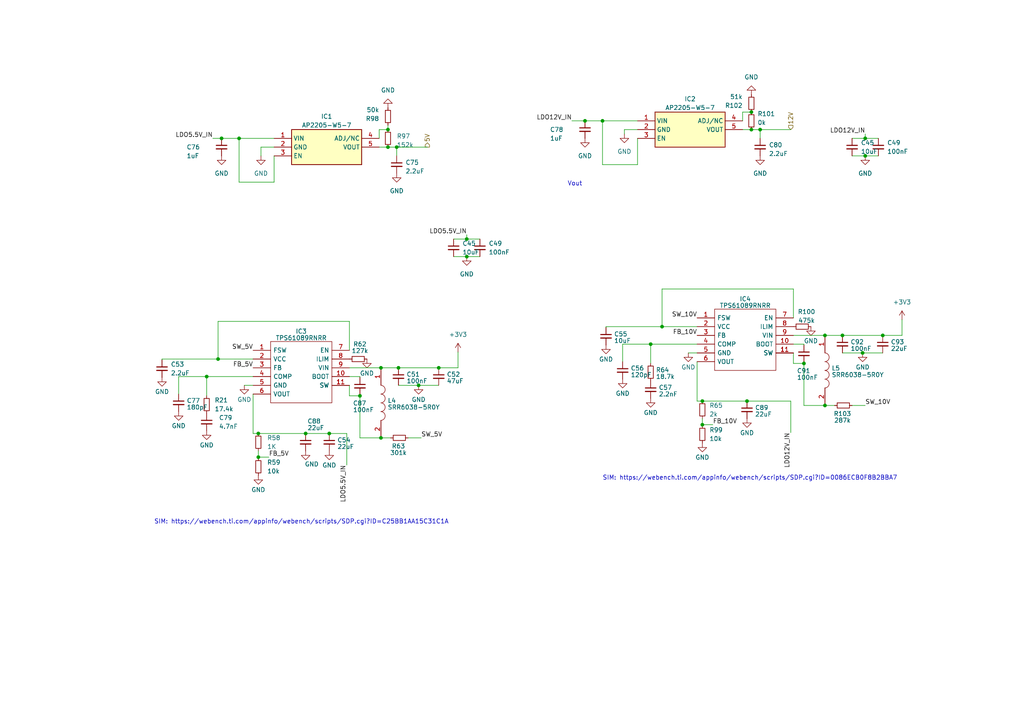
<source format=kicad_sch>
(kicad_sch (version 20230121) (generator eeschema)
  (paper "A4")
  (lib_symbols
    (symbol "Device:C_Small" (pin_numbers hide) (pin_names (offset 0.254) hide)
      (property "Reference" "C" (at 0.254 1.778 0))
      (property "Value" "C_Small" (at 0.254 -2.032 0))
      (symbol "C_Small_0_1"
        (polyline (pts (xy -1.524 -0.508) (xy 1.524 -0.508)) (stroke (width 0.3302)))
        (polyline (pts (xy -1.524 0.508) (xy 1.524 0.508)) (stroke (width 0.3048)))
      )
      (symbol "C_Small_1_1"
        (pin passive line (at 0 2.54 270) (length 2.032) (name "~") (number "1"))
        (pin passive line (at 0 -2.54 90) (length 2.032) (name "~") (number "2"))
      )
    )
    (symbol "Device:R_Small" (pin_numbers hide) (pin_names (offset 0.254) hide)
      (property "Reference" "R" (at 0.762 0.508 0))
      (property "Value" "R_Small" (at 0.762 -1.016 0))
      (symbol "R_Small_0_1"
        (rectangle (start -0.762 1.778) (end 0.762 -1.778) (stroke (width 0.2032)))
      )
      (symbol "R_Small_1_1"
        (pin passive line (at 0 2.54 270) (length 0.762) (name "~") (number "1"))
        (pin passive line (at 0 -2.54 90) (length 0.762) (name "~") (number "2"))
      )
    )
    (symbol "GND_1" (power) (pin_names (offset 0))
      (property "Value" "GND_1" (at 0 -3.81 0))
      (symbol "GND_1_0_1"
        (polyline (pts (xy 0 0) (xy 0 -1.27) (xy 1.27 -1.27) (xy 0 -2.54) (xy -1.27 -1.27) (xy 0 -1.27)))
      )
      (symbol "GND_1_1_1"
        (pin power_in line (at 0 0 270) (length 0) hide (name "GND") (number "1"))
      )
    )
    (symbol "GND_2" (power) (pin_names (offset 0))
      (property "Value" "GND_2" (at 0 -3.81 0))
      (symbol "GND_2_0_1"
        (polyline (pts (xy 0 0) (xy 0 -1.27) (xy 1.27 -1.27) (xy 0 -2.54) (xy -1.27 -1.27) (xy 0 -1.27)))
      )
      (symbol "GND_2_1_1"
        (pin power_in line (at 0 0 270) (length 0) hide (name "GND") (number "1"))
      )
    )
    (symbol "GND_3" (power) (pin_names (offset 0))
      (property "Value" "GND_3" (at 0 -3.81 0))
      (symbol "GND_3_0_1"
        (polyline (pts (xy 0 0) (xy 0 -1.27) (xy 1.27 -1.27) (xy 0 -2.54) (xy -1.27 -1.27) (xy 0 -1.27)))
      )
      (symbol "GND_3_1_1"
        (pin power_in line (at 0 0 270) (length 0) hide (name "GND") (number "1"))
      )
    )
    (symbol "GND_4" (power) (pin_names (offset 0))
      (property "Value" "GND_4" (at 0 -3.81 0))
      (symbol "GND_4_0_1"
        (polyline (pts (xy 0 0) (xy 0 -1.27) (xy 1.27 -1.27) (xy 0 -2.54) (xy -1.27 -1.27) (xy 0 -1.27)))
      )
      (symbol "GND_4_1_1"
        (pin power_in line (at 0 0 270) (length 0) hide (name "GND") (number "1"))
      )
    )
    (symbol "GND_5" (power) (pin_names (offset 0))
      (property "Value" "GND_5" (at 0 -3.81 0))
      (symbol "GND_5_0_1"
        (polyline (pts (xy 0 0) (xy 0 -1.27) (xy 1.27 -1.27) (xy 0 -2.54) (xy -1.27 -1.27) (xy 0 -1.27)))
      )
      (symbol "GND_5_1_1"
        (pin power_in line (at 0 0 270) (length 0) hide (name "GND") (number "1"))
      )
    )
    (symbol "GND_6" (power) (pin_names (offset 0))
      (property "Value" "GND_6" (at 0 -3.81 0))
      (symbol "GND_6_0_1"
        (polyline (pts (xy 0 0) (xy 0 -1.27) (xy 1.27 -1.27) (xy 0 -2.54) (xy -1.27 -1.27) (xy 0 -1.27)))
      )
      (symbol "GND_6_1_1"
        (pin power_in line (at 0 0 270) (length 0) hide (name "GND") (number "1"))
      )
    )
    (symbol "iclr:AP2205-W5-7"
      (property "Reference" "IC" (at 26.67 7.62 0))
      (property "Value" "AP2205-W5-7" (at 26.67 5.08 0))
      (symbol "AP2205-W5-7_1_1"
        (rectangle (start 5.08 2.54) (end 25.4 -7.62) (stroke (width 0.254)) (fill (type background)))
        (pin passive line (at 0 0 0) (length 5.08) (name "VIN") (number "1"))
        (pin passive line (at 0 -2.54 0) (length 5.08) (name "GND") (number "2"))
        (pin passive line (at 0 -5.08 0) (length 5.08) (name "EN") (number "3"))
        (pin passive line (at 30.48 0 180) (length 5.08) (name "ADJ/NC") (number "4"))
        (pin passive line (at 30.48 -2.54 180) (length 5.08) (name "VOUT") (number "5"))
      )
    )
    (symbol "iclr:SRR6038-5R0Y" (pin_names (offset 0.762))
      (property "Reference" "L" (at 16.51 6.35 0))
      (property "Value" "SRR6038-5R0Y" (at 16.51 3.81 0))
      (symbol "SRR6038-5R0Y_0_0"
        (pin passive line (at 0 0 0) (length 5.08) (name "~") (number "1"))
        (pin passive line (at 20.32 0 180) (length 5.08) (name "~") (number "2"))
      )
      (symbol "SRR6038-5R0Y_0_1"
        (arc (start 7.62 0) (mid 6.35 1.2202) (end 5.08 0) (stroke (width 0.1524)))
        (arc (start 10.16 0) (mid 8.89 1.2202) (end 7.62 0) (stroke (width 0.1524)))
        (arc (start 12.7 0) (mid 11.43 1.2202) (end 10.16 0) (stroke (width 0.1524)))
        (arc (start 15.24 0) (mid 13.97 1.2202) (end 12.7 0) (stroke (width 0.1524)))
      )
    )
    (symbol "iclr:TPS61089RNRR" (pin_names (offset 0.762))
      (property "Reference" "IC" (at 24.13 7.62 0))
      (property "Value" "TPS61089RNRR" (at 24.13 5.08 0))
      (symbol "TPS61089RNRR_0_0"
        (pin passive line (at 0 0 0) (length 5.08) (name "FSW") (number "1"))
        (pin passive line (at 27.94 -7.62 180) (length 5.08) (name "BOOT") (number "10"))
        (pin passive line (at 27.94 -10.16 180) (length 5.08) (name "SW") (number "11"))
        (pin passive line (at 27.94 -10.16 180) (length 5.08) (name "SW") (number "11"))
        (pin passive line (at 0 -2.54 0) (length 5.08) (name "VCC") (number "2"))
        (pin passive line (at 0 -5.08 0) (length 5.08) (name "FB") (number "3"))
        (pin passive line (at 0 -7.62 0) (length 5.08) (name "COMP") (number "4"))
        (pin passive line (at 0 -10.16 0) (length 5.08) (name "GND") (number "5"))
        (pin passive line (at 0 -12.7 0) (length 5.08) (name "VOUT") (number "6"))
        (pin passive line (at 27.94 0 180) (length 5.08) (name "EN") (number "7"))
        (pin passive line (at 27.94 -2.54 180) (length 5.08) (name "ILIM") (number "8"))
        (pin passive line (at 27.94 -5.08 180) (length 5.08) (name "VIN") (number "9"))
      )
      (symbol "TPS61089RNRR_0_1"
        (polyline (pts (xy 5.08 2.54) (xy 22.86 2.54) (xy 22.86 -15.24) (xy 5.08 -15.24) (xy 5.08 2.54)) (stroke (width 0.1524)))
      )
    )
    (symbol "power:+3.3V" (power) (pin_names (offset 0))
      (property "Value" "+3.3V" (at 0 3.556 0))
      (symbol "+3.3V_0_1"
        (polyline (pts (xy -0.762 1.27) (xy 0 2.54)))
        (polyline (pts (xy 0 0) (xy 0 2.54)))
        (polyline (pts (xy 0 2.54) (xy 0.762 1.27)))
      )
      (symbol "+3.3V_1_1"
        (pin power_in line (at 0 0 90) (length 0) hide (name "+3V3") (number "1"))
      )
    )
    (symbol "power:GND" (power) (pin_names (offset 0))
      (property "Value" "GND" (at 0 -3.81 0))
      (symbol "GND_0_1"
        (polyline (pts (xy 0 0) (xy 0 -1.27) (xy 1.27 -1.27) (xy 0 -2.54) (xy -1.27 -1.27) (xy 0 -1.27)))
      )
      (symbol "GND_1_1"
        (pin power_in line (at 0 0 270) (length 0) hide (name "GND") (number "1"))
      )
    )
  )
  (junction (at 250.19 102.362))
  (junction (at 192.024 94.742))
  (junction (at 110.49 106.68))
  (junction (at 169.672 35.052))
  (junction (at 239.268 117.602))
  (junction (at 135.382 69.342))
  (junction (at 244.348 97.282))
  (junction (at 110.49 127))
  (junction (at 217.932 37.592))
  (junction (at 88.646 125.73))
  (junction (at 239.268 97.282))
  (junction (at 112.522 42.672))
  (junction (at 74.93 132.588))
  (junction (at 121.412 111.76))
  (junction (at 188.722 99.822))
  (junction (at 250.952 40.132))
  (junction (at 69.342 40.132))
  (junction (at 127.254 106.68))
  (junction (at 115.57 106.68))
  (junction (at 174.752 35.052))
  (junction (at 104.394 114.808))
  (junction (at 220.472 37.592))
  (junction (at 203.708 123.19))
  (junction (at 63.246 104.14))
  (junction (at 256.032 97.282))
  (junction (at 74.93 125.73))
  (junction (at 115.062 42.672))
  (junction (at 233.172 105.41))
  (junction (at 135.382 74.422))
  (junction (at 59.944 109.22))
  (junction (at 217.932 32.512))
  (junction (at 112.522 37.592))
  (junction (at 203.708 116.332))
  (junction (at 250.952 45.212))
  (junction (at 64.262 40.132))
  (junction (at 216.662 116.332))
  (junction (at 95.504 125.73))
  (wire (pts (xy 118.364 127) (xy 122.174 127)))
  (wire (pts (xy 184.912 47.752) (xy 184.912 40.132)))
  (wire (pts (xy 132.842 102.108) (xy 132.842 106.68)))
  (wire (pts (xy 59.944 109.22) (xy 59.944 114.808)))
  (wire (pts (xy 175.768 94.742) (xy 175.768 94.996)))
  (wire (pts (xy 74.93 130.81) (xy 74.93 132.588)))
  (wire (pts (xy 46.99 104.14) (xy 46.99 104.394)))
  (wire (pts (xy 229.362 37.592) (xy 220.472 37.592)))
  (wire (pts (xy 74.93 125.73) (xy 88.646 125.73)))
  (wire (pts (xy 202.184 116.332) (xy 203.708 116.332)))
  (wire (pts (xy 115.57 111.76) (xy 121.412 111.76)))
  (wire (pts (xy 220.472 37.592) (xy 217.932 37.592)))
  (wire (pts (xy 250.19 102.362) (xy 256.032 102.362)))
  (wire (pts (xy 69.342 40.132) (xy 79.502 40.132)))
  (wire (pts (xy 239.268 117.602) (xy 233.172 117.602)))
  (wire (pts (xy 69.342 52.832) (xy 79.502 52.832)))
  (wire (pts (xy 75.692 42.672) (xy 75.692 45.212)))
  (wire (pts (xy 63.246 104.14) (xy 73.406 104.14)))
  (wire (pts (xy 233.172 117.602) (xy 233.172 105.41)))
  (wire (pts (xy 180.594 99.822) (xy 180.594 104.902)))
  (wire (pts (xy 230.124 102.362) (xy 230.124 105.41)))
  (wire (pts (xy 115.062 45.212) (xy 115.062 42.672)))
  (wire (pts (xy 104.394 109.22) (xy 104.394 109.474)))
  (wire (pts (xy 73.406 125.73) (xy 74.93 125.73)))
  (wire (pts (xy 69.342 40.132) (xy 69.342 52.832)))
  (wire (pts (xy 73.406 114.3) (xy 73.406 125.73)))
  (wire (pts (xy 216.662 116.332) (xy 229.362 116.332)))
  (wire (pts (xy 174.752 35.052) (xy 184.912 35.052)))
  (wire (pts (xy 135.382 68.072) (xy 135.382 69.342)))
  (wire (pts (xy 175.768 94.742) (xy 192.024 94.742)))
  (wire (pts (xy 59.944 109.22) (xy 73.406 109.22)))
  (wire (pts (xy 247.142 117.602) (xy 250.952 117.602)))
  (wire (pts (xy 135.382 69.342) (xy 139.192 69.342)))
  (wire (pts (xy 100.584 125.73) (xy 100.584 134.874)))
  (wire (pts (xy 192.024 83.82) (xy 192.024 94.742)))
  (wire (pts (xy 101.346 106.68) (xy 110.49 106.68)))
  (wire (pts (xy 63.246 93.218) (xy 63.246 104.14)))
  (wire (pts (xy 239.268 117.602) (xy 242.062 117.602)))
  (wire (pts (xy 64.262 40.132) (xy 69.342 40.132)))
  (wire (pts (xy 230.124 92.202) (xy 230.124 83.82)))
  (wire (pts (xy 70.866 111.76) (xy 73.406 111.76)))
  (wire (pts (xy 101.346 114.808) (xy 104.394 114.808)))
  (wire (pts (xy 131.572 74.422) (xy 135.382 74.422)))
  (wire (pts (xy 79.502 52.832) (xy 79.502 45.212)))
  (wire (pts (xy 233.172 105.156) (xy 233.172 105.41)))
  (wire (pts (xy 61.722 40.132) (xy 64.262 40.132)))
  (wire (pts (xy 112.522 36.322) (xy 112.522 37.592)))
  (wire (pts (xy 46.99 104.14) (xy 63.246 104.14)))
  (wire (pts (xy 135.382 74.422) (xy 139.192 74.422)))
  (wire (pts (xy 104.394 114.554) (xy 104.394 114.808)))
  (wire (pts (xy 247.142 40.132) (xy 250.952 40.132)))
  (wire (pts (xy 121.412 111.76) (xy 127.254 111.76)))
  (wire (pts (xy 101.346 111.76) (xy 101.346 114.808)))
  (wire (pts (xy 203.708 123.19) (xy 203.708 123.444)))
  (wire (pts (xy 101.346 109.22) (xy 104.394 109.22)))
  (wire (pts (xy 244.348 97.282) (xy 256.032 97.282)))
  (wire (pts (xy 110.49 127) (xy 113.284 127)))
  (wire (pts (xy 88.646 125.73) (xy 95.504 125.73)))
  (wire (pts (xy 184.912 37.592) (xy 181.102 37.592)))
  (wire (pts (xy 229.362 116.332) (xy 229.362 125.476)))
  (wire (pts (xy 110.49 127) (xy 104.394 127)))
  (wire (pts (xy 188.722 99.822) (xy 188.722 105.41)))
  (wire (pts (xy 230.124 97.282) (xy 239.268 97.282)))
  (wire (pts (xy 169.672 35.052) (xy 174.752 35.052)))
  (wire (pts (xy 123.952 42.672) (xy 115.062 42.672)))
  (wire (pts (xy 202.184 104.902) (xy 202.184 116.332)))
  (wire (pts (xy 115.57 106.68) (xy 127.254 106.68)))
  (wire (pts (xy 79.502 42.672) (xy 75.692 42.672)))
  (wire (pts (xy 180.594 99.822) (xy 188.722 99.822)))
  (wire (pts (xy 220.472 40.132) (xy 220.472 37.592)))
  (wire (pts (xy 174.752 47.752) (xy 184.912 47.752)))
  (wire (pts (xy 203.708 116.332) (xy 216.662 116.332)))
  (wire (pts (xy 110.49 106.68) (xy 115.57 106.68)))
  (wire (pts (xy 174.752 35.052) (xy 174.752 47.752)))
  (wire (pts (xy 95.504 125.73) (xy 100.584 125.73)))
  (wire (pts (xy 244.348 102.362) (xy 250.19 102.362)))
  (wire (pts (xy 132.842 106.68) (xy 127.254 106.68)))
  (wire (pts (xy 181.102 37.592) (xy 181.102 38.862)))
  (wire (pts (xy 112.522 42.672) (xy 109.982 42.672)))
  (wire (pts (xy 104.394 127) (xy 104.394 114.808)))
  (wire (pts (xy 101.346 101.6) (xy 101.346 93.218)))
  (wire (pts (xy 261.62 97.282) (xy 256.032 97.282)))
  (wire (pts (xy 250.952 45.212) (xy 254.762 45.212)))
  (wire (pts (xy 230.124 99.822) (xy 233.172 99.822)))
  (wire (pts (xy 230.124 83.82) (xy 192.024 83.82)))
  (wire (pts (xy 101.346 93.218) (xy 63.246 93.218)))
  (wire (pts (xy 109.982 37.592) (xy 109.982 40.132)))
  (wire (pts (xy 250.952 40.132) (xy 254.762 40.132)))
  (wire (pts (xy 230.124 105.41) (xy 233.172 105.41)))
  (wire (pts (xy 74.93 132.588) (xy 77.978 132.588)))
  (wire (pts (xy 115.062 42.672) (xy 112.522 42.672)))
  (wire (pts (xy 131.572 69.342) (xy 135.382 69.342)))
  (wire (pts (xy 165.862 35.052) (xy 169.672 35.052)))
  (wire (pts (xy 261.62 92.71) (xy 261.62 97.282)))
  (wire (pts (xy 239.268 97.282) (xy 244.348 97.282)))
  (wire (pts (xy 217.932 37.592) (xy 215.392 37.592)))
  (wire (pts (xy 215.392 32.512) (xy 215.392 35.052)))
  (wire (pts (xy 74.93 132.588) (xy 74.93 132.842)))
  (wire (pts (xy 51.816 109.22) (xy 51.816 114.3)))
  (wire (pts (xy 250.952 38.862) (xy 250.952 40.132)))
  (wire (pts (xy 247.142 45.212) (xy 250.952 45.212)))
  (wire (pts (xy 215.392 32.512) (xy 217.932 32.512)))
  (wire (pts (xy 192.024 94.742) (xy 202.184 94.742)))
  (wire (pts (xy 203.708 121.412) (xy 203.708 123.19)))
  (wire (pts (xy 109.982 37.592) (xy 112.522 37.592)))
  (wire (pts (xy 199.644 102.362) (xy 202.184 102.362)))
  (wire (pts (xy 51.816 109.22) (xy 59.944 109.22)))
  (wire (pts (xy 203.708 123.19) (xy 206.756 123.19)))
  (wire (pts (xy 188.722 99.822) (xy 202.184 99.822)))
  (wire (pts (xy 233.172 99.822) (xy 233.172 100.076)))
  (text "SIM: https://webench.ti.com/appinfo/webench/scripts/SDP.cgi?ID=C25BB1AA15C31C1A" (at 44.704 152.146 0) (effects (font (size 1.27 1.27)) (justify left bottom)))
  (text "SIM: https://webench.ti.com/appinfo/webench/scripts/SDP.cgi?ID=0086ECB0F8B2BBA7" (at 174.752 139.446 0) (effects (font (size 1.27 1.27)) (justify left bottom)))
  (text "Vout" (at 164.592 54.102 0) (effects (font (size 1.27 1.27)) (justify left bottom)))
  (label "LDO5.5V_IN" (at 135.382 68.072 180))
  (label "LDO5.5V_IN" (at 61.722 40.132 180))
  (label "LDO5.5V_IN" (at 100.584 134.874 270))
  (label "SW_10V" (at 250.952 117.602 0))
  (label "FB_5V" (at 73.406 106.68 180))
  (label "SW_5V" (at 122.174 127 0))
  (label "FB_5V" (at 77.978 132.588 0))
  (label "LDO12V_IN" (at 165.862 35.052 180))
  (label "SW_10V" (at 202.184 92.202 180))
  (label "FB_10V" (at 202.184 97.282 180))
  (label "FB_10V" (at 206.756 123.19 0))
  (label "SW_5V" (at 73.406 101.6 180))
  (label "LDO12V_IN" (at 229.362 125.476 270))
  (label "LDO12V_IN" (at 250.952 38.862 180))
  (hierarchical_label "5V" (shape output) (at 123.952 42.672 90))
  (hierarchical_label "12V" (shape input) (at 229.362 37.592 90))
  (symbol (lib_id "Device:R_Small") (at 188.722 107.95 0) (unit 1)
    (property "Reference" "R64" (at 190.2206 107.3063 0) (effects (justify left)))
    (property "Value" "18.7k" (at 190.2206 109.2273 0) (effects (justify left)))
    (property "Footprint" "Resistor_SMD:R_0402_1005Metric" (effects hide))
    (instances (project "sensorboard" (path "" (reference "R64") (unit 1))) (project "Ricardo-Stark" (path "" (reference "R84") (unit 1))) (project "Boosts (1)" (path "" (reference "R64") (unit 1))))
  )
  (symbol (lib_name "GND_4") (lib_id "power:GND") (at 74.93 137.922 0) (unit 1)
    (property "Reference" "#PWR0131" (effects hide))
    (property "Value" "GND" (at 74.93 142.0575 0))
    (instances (project "sensorboard" (path "" (reference "#PWR0131") (unit 1))) (project "Ricardo-Stark" (path "" (reference "#PWR0101") (unit 1))))
  )
  (symbol (lib_id "Device:C_Small") (at 220.472 42.672 0) (unit 1)
    (property "Reference" "C80" (at 223.012 42.0433 0) (effects (justify left)))
    (property "Value" "2.2uF" (at 223.012 44.5833 0) (effects (justify left)))
    (property "Footprint" "Capacitor_SMD:C_0402_1005Metric" (effects hide))
    (instances (project "sensorboard" (path "" (reference "C80") (unit 1))) (project "Ricardo-Stark" (path "" (reference "C73") (unit 1))) (project "Boosts (1)" (path "" (reference "C80") (unit 1))))
  )
  (symbol (lib_id "Device:C_Small") (at 244.348 99.822 0) (unit 1)
    (property "Reference" "C92" (at 246.6721 99.1846 0) (effects (justify left)))
    (property "Value" "100nF" (at 246.6721 101.1056 0) (effects (justify left)))
    (property "Footprint" "Capacitor_SMD:C_0402_1005Metric" (effects hide))
    (instances (project "sensorboard" (path "" (reference "C92") (unit 1))) (project "Ricardo-Stark" (path "" (reference "C81") (unit 1))) (project "Boosts (1)" (path "" (reference "C92") (unit 1))))
  )
  (symbol (lib_id "Device:C_Small") (at 131.572 71.882 0) (unit 1)
    (property "Reference" "C45" (at 134.112 70.6182 0) (effects (justify left)))
    (property "Value" "10uF" (at 134.112 73.1582 0) (effects (justify left)))
    (property "Footprint" "Capacitor_SMD:C_0402_1005Metric" (effects hide))
    (instances (project "sensorboard" (path "" (reference "C45") (unit 1)) (path "" (reference "C81") (unit 1))) (project "Ricardo-Stark" (path "" (reference "C66") (unit 1))))
  )
  (symbol (lib_name "GND_4") (lib_id "power:GND") (at 175.768 100.076 0) (unit 1)
    (property "Reference" "#PWR0138" (effects hide))
    (property "Value" "GND" (at 175.768 104.2115 0))
    (instances (project "sensorboard" (path "" (reference "#PWR0138") (unit 1))) (project "Ricardo-Stark" (path "" (reference "#PWR0127") (unit 1))) (project "Boosts (1)" (path "" (reference "#PWR0138") (unit 1))))
  )
  (symbol (lib_id "Device:C_Small") (at 115.062 47.752 0) (unit 1)
    (property "Reference" "C75" (at 117.602 47.1233 0) (effects (justify left)))
    (property "Value" "2.2uF" (at 117.602 49.6633 0) (effects (justify left)))
    (property "Footprint" "Capacitor_SMD:C_0402_1005Metric" (effects hide))
    (instances (project "sensorboard" (path "" (reference "C75") (unit 1))) (project "Ricardo-Stark" (path "" (reference "C63") (unit 1))))
  )
  (symbol (lib_name "GND_4") (lib_id "power:GND") (at 70.866 111.76 0) (unit 1)
    (property "Reference" "#PWR0136" (effects hide))
    (property "Value" "GND" (at 70.866 115.8955 0))
    (instances (project "sensorboard" (path "" (reference "#PWR0136") (unit 1))) (project "Ricardo-Stark" (path "" (reference "#PWR0100") (unit 1))))
  )
  (symbol (lib_id "power:GND") (at 250.952 45.212 0) (unit 1)
    (property "Reference" "#PWR075" (effects hide))
    (property "Value" "GND" (at 250.952 50.292 0))
    (instances (project "sensorboard" (path "" (reference "#PWR075") (unit 1)) (path "" (reference "#PWR0169") (unit 1))) (project "Ricardo-Stark" (path "" (reference "#PWR0123") (unit 1))) (project "Boosts (1)" (path "" (reference "#PWR075") (unit 1))))
  )
  (symbol (lib_id "Device:R_Small") (at 103.886 104.14 270) (unit 1)
    (property "Reference" "R62" (at 104.394 99.822 90))
    (property "Value" "127k" (at 104.394 101.743 90))
    (property "Footprint" "Resistor_SMD:R_0402_1005Metric" (effects hide))
    (instances (project "sensorboard" (path "" (reference "R62") (unit 1))) (project "Ricardo-Stark" (path "" (reference "R48") (unit 1))))
  )
  (symbol (lib_name "GND_4") (lib_id "power:GND") (at 88.646 130.81 0) (unit 1)
    (property "Reference" "#PWR0135" (effects hide))
    (property "Value" "GND" (at 90.424 134.62 0))
    (instances (project "sensorboard" (path "" (reference "#PWR0135") (unit 1))) (project "Ricardo-Stark" (path "" (reference "#PWR0103") (unit 1))))
  )
  (symbol (lib_name "GND_2") (lib_id "power:GND") (at 115.062 50.292 0) (unit 1)
    (property "Reference" "#PWR0128" (effects hide))
    (property "Value" "GND" (at 115.062 55.372 0))
    (instances (project "sensorboard" (path "" (reference "#PWR0128") (unit 1))) (project "Ricardo-Stark" (path "" (reference "#PWR0107") (unit 1))))
  )
  (symbol (lib_id "Device:C_Small") (at 51.816 116.84 0) (unit 1)
    (property "Reference" "C77" (at 54.1401 116.2026 0) (effects (justify left)))
    (property "Value" "180pF" (at 54.1401 118.1236 0) (effects (justify left)))
    (property "Footprint" "Capacitor_SMD:C_0402_1005Metric" (effects hide))
    (instances (project "sensorboard" (path "" (reference "C77") (unit 1))) (project "Ricardo-Stark" (path "" (reference "C57") (unit 1))))
  )
  (symbol (lib_id "iclr:AP2205-W5-7") (at 184.912 35.052 0) (unit 1)
    (property "Reference" "IC2" (at 200.152 28.702 0))
    (property "Value" "AP2205-W5-7" (at 200.152 31.242 0))
    (property "Footprint" "iclr:SOT95P282X145-5N" (effects hide))
    (property "Datasheet" "https://datasheet.datasheetarchive.com/originals/distributors/Datasheets_SAMA/49896ab3db029f5df263d3a8b036e85b.pdf" (effects hide))
    (property "Height" "1.45" (effects hide))
    (property "Mouser Part Number" "621-AP2205-W5-7" (effects hide))
    (property "Mouser Price/Stock" "https://www.mouser.co.uk/ProductDetail/Diodes-Incorporated/AP2205-W5-7?qs=EBDBlbfErPxiadLvD5FZyQ%3D%3D" (effects hide))
    (property "Manufacturer_Name" "Diodes Inc." (effects hide))
    (property "Manufacturer_Part_Number" "AP2205-W5-7" (effects hide))
    (instances (project "sensorboard" (path "" (reference "IC2") (unit 1))) (project "Ricardo-Stark" (path "" (reference "IC3") (unit 1))) (project "Boosts (1)" (path "" (reference "IC2") (unit 1))))
  )
  (symbol (lib_id "iclr:TPS61089RNRR") (at 202.184 92.202 0) (unit 1)
    (property "Reference" "IC4" (at 216.154 86.7029 0))
    (property "Value" "TPS61089RNRR" (at 216.154 88.6239 0))
    (property "Footprint" "iclr:IC_TPS61089RNRR" (effects hide))
    (property "Datasheet" "http://www.ti.com/lit/gpn/tps61089" (effects hide))
    (property "Description" "12.6-V, 7-A Fully-Integrated Synchronous Boost Converters in 2.0-mm x 2.5-mm VQFN Package" (effects hide))
    (property "Manufacturer_Name" "Texas Instruments" (effects hide))
    (property "Manufacturer_Part_Number" "TPS61089RNRR" (effects hide))
    (property "Mouser Part Number" "595-TPS61089RNRR" (effects hide))
    (property "Mouser Price/Stock" "https://www.mouser.co.uk/ProductDetail/Texas-Instruments/TPS61089RNRR?qs=G55MHhPmvtI%2Ft%2FkJeUeP3Q%3D%3D" (effects hide))
    (property "Arrow Part Number" "TPS61089RNRR" (effects hide))
    (property "Arrow Price/Stock" "https://www.arrow.com/en/products/tps61089rnrr/texas-instruments?region=nac" (effects hide))
  )
  (symbol (lib_id "Device:R_Small") (at 232.664 94.742 270) (unit 1)
    (property "Reference" "R100" (at 233.934 90.424 90))
    (property "Value" "475k" (at 233.934 92.964 90))
    (property "Footprint" "Resistor_SMD:R_0402_1005Metric" (effects hide))
    (instances (project "sensorboard" (path "" (reference "R100") (unit 1))) (project "Ricardo-Stark" (path "" (reference "R87") (unit 1))) (project "Boosts (1)" (path "" (reference "R100") (unit 1))))
  )
  (symbol (lib_name "GND_2") (lib_id "power:GND") (at 220.472 45.212 0) (unit 1)
    (property "Reference" "#PWR0165" (effects hide))
    (property "Value" "GND" (at 220.472 50.292 0))
    (instances (project "sensorboard" (path "" (reference "#PWR0165") (unit 1))) (project "Ricardo-Stark" (path "" (reference "#PWR0120") (unit 1))) (project "Boosts (1)" (path "" (reference "#PWR0165") (unit 1))))
  )
  (symbol (lib_name "GND_4") (lib_id "power:GND") (at 216.662 121.412 0) (unit 1)
    (property "Reference" "#PWR0143" (effects hide))
    (property "Value" "GND" (at 216.662 125.5475 0))
    (instances (project "sensorboard" (path "" (reference "#PWR0143") (unit 1))) (project "Ricardo-Stark" (path "" (reference "#PWR0149") (unit 1))) (project "Boosts (1)" (path "" (reference "#PWR0143") (unit 1))))
  )
  (symbol (lib_name "GND_4") (lib_id "power:GND") (at 46.99 109.474 0) (unit 1)
    (property "Reference" "#PWR0130" (effects hide))
    (property "Value" "GND" (at 46.99 113.6095 0))
    (instances (project "sensorboard" (path "" (reference "#PWR0130") (unit 1))) (project "Ricardo-Stark" (path "" (reference "#PWR096") (unit 1))))
  )
  (symbol (lib_id "Device:C_Small") (at 233.172 102.616 0) (unit 1)
    (property "Reference" "C91" (at 231.14 107.553 0) (effects (justify left)))
    (property "Value" "100nF" (at 231.14 109.474 0) (effects (justify left)))
    (property "Footprint" "Capacitor_SMD:C_0402_1005Metric" (effects hide))
    (instances (project "sensorboard" (path "" (reference "C91") (unit 1))) (project "Ricardo-Stark" (path "" (reference "C80") (unit 1))) (project "Boosts (1)" (path "" (reference "C91") (unit 1))))
  )
  (symbol (lib_name "GND_4") (lib_id "power:GND") (at 188.722 115.57 0) (unit 1)
    (property "Reference" "#PWR0140" (effects hide))
    (property "Value" "GND" (at 188.722 119.7055 0))
    (instances (project "sensorboard" (path "" (reference "#PWR0140") (unit 1))) (project "Ricardo-Stark" (path "" (reference "#PWR0129") (unit 1))) (project "Boosts (1)" (path "" (reference "#PWR0140") (unit 1))))
  )
  (symbol (lib_name "GND_3") (lib_id "power:GND") (at 64.262 45.212 0) (unit 1)
    (property "Reference" "#PWR0144" (effects hide))
    (property "Value" "GND" (at 64.262 50.292 0))
    (instances (project "sensorboard" (path "" (reference "#PWR0144") (unit 1))) (project "Ricardo-Stark" (path "" (reference "#PWR099") (unit 1))))
  )
  (symbol (lib_id "iclr:AP2205-W5-7") (at 79.502 40.132 0) (unit 1)
    (property "Reference" "IC1" (at 94.742 33.782 0))
    (property "Value" "AP2205-W5-7" (at 94.742 36.322 0))
    (property "Footprint" "iclr:SOT95P282X145-5N" (effects hide))
    (property "Datasheet" "https://datasheet.datasheetarchive.com/originals/distributors/Datasheets_SAMA/49896ab3db029f5df263d3a8b036e85b.pdf" (effects hide))
    (property "Height" "1.45" (effects hide))
    (property "Mouser Part Number" "621-AP2205-W5-7" (effects hide))
    (property "Mouser Price/Stock" "https://www.mouser.co.uk/ProductDetail/Diodes-Incorporated/AP2205-W5-7?qs=EBDBlbfErPxiadLvD5FZyQ%3D%3D" (effects hide))
    (property "Manufacturer_Name" "Diodes Inc." (effects hide))
    (property "Manufacturer_Part_Number" "AP2205-W5-7" (effects hide))
    (instances (project "sensorboard" (path "" (reference "IC1") (unit 1))) (project "Ricardo-Stark" (path "" (reference "IC2") (unit 1))))
  )
  (symbol (lib_id "Device:R_Small") (at 112.522 33.782 0) (unit 1)
    (property "Reference" "R98" (at 109.982 34.417 0) (effects (justify right)))
    (property "Value" "50k" (at 109.982 31.877 0) (effects (justify right)))
    (property "Footprint" "Resistor_SMD:R_0402_1005Metric" (effects hide))
    (instances (project "sensorboard" (path "" (reference "R98") (unit 1))) (project "Ricardo-Stark" (path "" (reference "R49") (unit 1))))
  )
  (symbol (lib_id "Device:C_Small") (at 247.142 42.672 0) (unit 1)
    (property "Reference" "C45" (at 249.682 41.4082 0) (effects (justify left)))
    (property "Value" "10uF" (at 249.682 43.9482 0) (effects (justify left)))
    (property "Footprint" "Capacitor_SMD:C_0402_1005Metric" (effects hide))
    (instances (project "sensorboard" (path "" (reference "C45") (unit 1)) (path "" (reference "C83") (unit 1))) (project "Ricardo-Stark" (path "" (reference "C74") (unit 1))) (project "Boosts (1)" (path "" (reference "C45") (unit 1))))
  )
  (symbol (lib_id "Device:C_Small") (at 188.722 113.03 0) (unit 1)
    (property "Reference" "C57" (at 191.0461 112.3926 0) (effects (justify left)))
    (property "Value" "2.2nF" (at 191.0461 114.3136 0) (effects (justify left)))
    (property "Footprint" "Capacitor_SMD:C_0805_2012Metric" (effects hide))
    (instances (project "sensorboard" (path "" (reference "C57") (unit 1))) (project "Ricardo-Stark" (path "" (reference "C78") (unit 1))) (project "Boosts (1)" (path "" (reference "C57") (unit 1))))
  )
  (symbol (lib_name "GND_4") (lib_id "power:GND") (at 51.816 119.38 0) (unit 1)
    (property "Reference" "#PWR0132" (effects hide))
    (property "Value" "GND" (at 51.816 123.5155 0))
    (instances (project "sensorboard" (path "" (reference "#PWR0132") (unit 1))) (project "Ricardo-Stark" (path "" (reference "#PWR097") (unit 1))))
  )
  (symbol (lib_name "GND_5") (lib_id "power:GND") (at 181.102 38.862 0) (unit 1)
    (property "Reference" "#PWR0167" (effects hide))
    (property "Value" "GND" (at 181.102 43.942 0))
    (instances (project "sensorboard" (path "" (reference "#PWR0167") (unit 1))) (project "Ricardo-Stark" (path "" (reference "#PWR0115") (unit 1))) (project "Boosts (1)" (path "" (reference "#PWR0167") (unit 1))))
  )
  (symbol (lib_name "GND_6") (lib_id "power:GND") (at 75.692 45.212 0) (unit 1)
    (property "Reference" "#PWR0168" (effects hide))
    (property "Value" "GND" (at 75.692 50.292 0))
    (instances (project "sensorboard" (path "" (reference "#PWR0168") (unit 1))) (project "Ricardo-Stark" (path "" (reference "#PWR0102") (unit 1))))
  )
  (symbol (lib_id "Device:C_Small") (at 59.944 122.428 0) (unit 1)
    (property "Reference" "C79" (at 63.5 121.1643 0) (effects (justify left)))
    (property "Value" "4.7nF" (at 63.5 123.7043 0) (effects (justify left)))
    (property "Footprint" "Capacitor_SMD:C_0402_1005Metric" (effects hide))
    (instances (project "sensorboard" (path "" (reference "C79") (unit 1))) (project "Ricardo-Stark" (path "" (reference "C58") (unit 1))))
  )
  (symbol (lib_id "Device:R_Small") (at 244.602 117.602 270) (unit 1)
    (property "Reference" "R103" (at 244.348 119.999 90))
    (property "Value" "287k" (at 244.348 121.92 90))
    (property "Footprint" "Resistor_SMD:R_0402_1005Metric" (effects hide))
    (instances (project "sensorboard" (path "" (reference "R103") (unit 1))) (project "Ricardo-Stark" (path "" (reference "R88") (unit 1))) (project "Boosts (1)" (path "" (reference "R103") (unit 1))))
  )
  (symbol (lib_id "Device:C_Small") (at 88.646 128.27 0) (unit 1)
    (property "Reference" "C88" (at 89.154 122.174 0) (effects (justify left)))
    (property "Value" "22uF" (at 89.154 124.095 0) (effects (justify left)))
    (property "Footprint" "Capacitor_SMD:C_0805_2012Metric" (effects hide))
    (instances (project "sensorboard" (path "" (reference "C88") (unit 1))) (project "Ricardo-Stark" (path "" (reference "C60") (unit 1))))
  )
  (symbol (lib_id "Device:R_Small") (at 203.708 118.872 180) (unit 1)
    (property "Reference" "R65" (at 205.74 117.602 0) (effects (justify right)))
    (property "Value" "2k" (at 205.74 120.142 0) (effects (justify right)))
    (property "Footprint" "Resistor_SMD:R_0402_1005Metric" (effects hide))
    (instances (project "sensorboard" (path "" (reference "R65") (unit 1))) (project "Ricardo-Stark" (path "" (reference "R85") (unit 1))) (project "Boosts (1)" (path "" (reference "R65") (unit 1))))
  )
  (symbol (lib_id "Device:R_Small") (at 203.708 125.984 180) (unit 1)
    (property "Reference" "R99" (at 205.74 124.714 0) (effects (justify right)))
    (property "Value" "10k" (at 205.74 127.254 0) (effects (justify right)))
    (property "Footprint" "Resistor_SMD:R_0402_1005Metric" (effects hide))
    (instances (project "sensorboard" (path "" (reference "R99") (unit 1))) (project "Ricardo-Stark" (path "" (reference "R86") (unit 1))) (project "Boosts (1)" (path "" (reference "R99") (unit 1))))
  )
  (symbol (lib_name "GND_4") (lib_id "power:GND") (at 95.504 130.81 0) (unit 1)
    (property "Reference" "#PWR0137" (effects hide))
    (property "Value" "GND" (at 95.504 134.9455 0))
    (instances (project "sensorboard" (path "" (reference "#PWR0137") (unit 1))) (project "Ricardo-Stark" (path "" (reference "#PWR0104") (unit 1))))
  )
  (symbol (lib_id "Device:C_Small") (at 175.768 97.536 0) (unit 1)
    (property "Reference" "C55" (at 178.0921 96.8986 0) (effects (justify left)))
    (property "Value" "10uF" (at 178.0921 98.8196 0) (effects (justify left)))
    (property "Footprint" "Capacitor_SMD:C_0603_1608Metric" (effects hide))
    (instances (project "sensorboard" (path "" (reference "C55") (unit 1))) (project "Ricardo-Stark" (path "" (reference "C76") (unit 1))) (project "Boosts (1)" (path "" (reference "C55") (unit 1))))
  )
  (symbol (lib_id "iclr:SRR6038-5R0Y") (at 239.268 97.282 270) (unit 1)
    (property "Reference" "L5" (at 241.1994 106.7983 90) (effects (justify left)))
    (property "Value" "SRR6038-5R0Y" (at 241.1994 108.7193 90) (effects (justify left)))
    (property "Footprint" "iclr:IND_SRP6540-390M" (effects hide))
    (property "Datasheet" "http://www.bourns.com/docs/Product-Datasheets/SRR6038.pdf" (effects hide))
    (property "Description" "BOURNS - SRR6038-5R0Y - INDUCTOR, SHIELDED, 5UH, 2.95A, SMD, FULL REEL" (effects hide))
    (property "Manufacturer_Name" "Bourns" (effects hide))
    (property "Manufacturer_Part_Number" "SRR6038-5R0Y" (effects hide))
    (property "Mouser Part Number" "652-SRR6038-5R0Y" (effects hide))
    (property "Mouser Price/Stock" "https://www.mouser.co.uk/ProductDetail/Bourns/SRR6038-5R0Y?qs=s%252BX%2FYkvGCpEfKc4OEBpucw%3D%3D" (effects hide))
    (property "Arrow Part Number" "SRR6038-5R0Y" (effects hide))
    (property "Arrow Price/Stock" "https://www.arrow.com/en/products/srr6038-5r0y/bourns?region=nac" (effects hide))
    (instances (project "sensorboard" (path "" (reference "L5") (unit 1))) (project "Ricardo-Stark" (path "" (reference "L6") (unit 1))) (project "Boosts (1)" (path "" (reference "L5") (unit 1))))
  )
  (symbol (lib_id "Device:C_Small") (at 256.032 99.822 0) (unit 1)
    (property "Reference" "C93" (at 258.3561 99.1846 0) (effects (justify left)))
    (property "Value" "22uF" (at 258.3561 101.1056 0) (effects (justify left)))
    (property "Footprint" "Capacitor_SMD:C_1206_3216Metric" (effects hide))
    (instances (project "sensorboard" (path "" (reference "C93") (unit 1))) (project "Ricardo-Stark" (path "" (reference "C82") (unit 1))) (project "Boosts (1)" (path "" (reference "C93") (unit 1))))
  )
  (symbol (lib_id "Device:R_Small") (at 59.944 117.348 0) (unit 1)
    (property "Reference" "R21" (at 62.23 116.078 0) (effects (justify left)))
    (property "Value" "17.4k" (at 62.23 118.618 0) (effects (justify left)))
    (property "Footprint" "Resistor_SMD:R_0402_1005Metric" (effects hide))
    (instances (project "sensorboard" (path "" (reference "R21") (unit 1))) (project "Ricardo-Stark" (path "" (reference "R45") (unit 1))))
  )
  (symbol (lib_id "power:+3.3V") (at 261.62 92.71 0) (unit 1)
    (property "Reference" "#PWR0180" (effects hide))
    (property "Value" "+3.3V" (at 261.62 87.63 0))
    (instances (project "sensorboard" (path "" (reference "#PWR0180") (unit 1))) (project "Ricardo-Stark" (path "" (reference "#PWR0152") (unit 1))) (project "Boosts (1)" (path "" (reference "#PWR0180") (unit 1))))
  )
  (symbol (lib_name "GND_1") (lib_id "power:GND") (at 112.522 31.242 180) (unit 1)
    (property "Reference" "#PWR0126" (effects hide))
    (property "Value" "GND" (at 112.522 26.162 0))
    (instances (project "sensorboard" (path "" (reference "#PWR0126") (unit 1))) (project "Ricardo-Stark" (path "" (reference "#PWR0106") (unit 1))))
  )
  (symbol (lib_name "GND_4") (lib_id "power:GND") (at 203.708 128.524 0) (unit 1)
    (property "Reference" "#PWR0142" (effects hide))
    (property "Value" "GND" (at 203.708 132.6595 0))
    (instances (project "sensorboard" (path "" (reference "#PWR0142") (unit 1))) (project "Ricardo-Stark" (path "" (reference "#PWR0131") (unit 1))) (project "Boosts (1)" (path "" (reference "#PWR0142") (unit 1))))
  )
  (symbol (lib_id "Device:C_Small") (at 254.762 42.672 0) (unit 1)
    (property "Reference" "C49" (at 257.302 41.4082 0) (effects (justify left)))
    (property "Value" "100nF" (at 257.302 43.9482 0) (effects (justify left)))
    (property "Footprint" "Capacitor_SMD:C_0402_1005Metric" (effects hide))
    (instances (project "sensorboard" (path "" (reference "C49") (unit 1)) (path "" (reference "C84") (unit 1))) (project "Ricardo-Stark" (path "" (reference "C75") (unit 1))) (project "Boosts (1)" (path "" (reference "C49") (unit 1))))
  )
  (symbol (lib_id "Device:R_Small") (at 74.93 128.27 180) (unit 1)
    (property "Reference" "R58" (at 77.47 127 0) (effects (justify right)))
    (property "Value" "1K" (at 77.47 129.54 0) (effects (justify right)))
    (property "Footprint" "Resistor_SMD:R_0402_1005Metric" (effects hide))
    (instances (project "sensorboard" (path "" (reference "R58") (unit 1))) (project "Ricardo-Stark" (path "" (reference "R46") (unit 1))))
  )
  (symbol (lib_name "GND_1") (lib_id "power:GND") (at 217.932 27.432 180) (unit 1)
    (property "Reference" "#PWR0166" (effects hide))
    (property "Value" "GND" (at 217.932 22.352 0))
    (instances (project "sensorboard" (path "" (reference "#PWR0166") (unit 1))) (project "Ricardo-Stark" (path "" (reference "#PWR0119") (unit 1))) (project "Boosts (1)" (path "" (reference "#PWR0166") (unit 1))))
  )
  (symbol (lib_id "Device:R_Small") (at 217.932 29.972 0) (unit 1)
    (property "Reference" "R102" (at 215.392 30.607 0) (effects (justify right)))
    (property "Value" "51k" (at 215.392 28.067 0) (effects (justify right)))
    (property "Footprint" "Resistor_SMD:R_0402_1005Metric" (effects hide))
    (instances (project "sensorboard" (path "" (reference "R102") (unit 1))) (project "Ricardo-Stark" (path "" (reference "R55") (unit 1))) (project "Boosts (1)" (path "" (reference "R102") (unit 1))))
  )
  (symbol (lib_id "Device:C_Small") (at 46.99 106.934 0) (unit 1)
    (property "Reference" "C53" (at 49.53 105.6703 0) (effects (justify left)))
    (property "Value" "2.2uF" (at 49.53 108.2103 0) (effects (justify left)))
    (property "Footprint" "Capacitor_SMD:C_0603_1608Metric" (effects hide))
    (instances (project "sensorboard" (path "" (reference "C53") (unit 1))) (project "Ricardo-Stark" (path "" (reference "C56") (unit 1))))
  )
  (symbol (lib_id "Device:C_Small") (at 139.192 71.882 0) (unit 1)
    (property "Reference" "C49" (at 141.732 70.6182 0) (effects (justify left)))
    (property "Value" "100nF" (at 141.732 73.1582 0) (effects (justify left)))
    (property "Footprint" "Capacitor_SMD:C_0402_1005Metric" (effects hide))
    (instances (project "sensorboard" (path "" (reference "C49") (unit 1)) (path "" (reference "C82") (unit 1))) (project "Ricardo-Stark" (path "" (reference "C67") (unit 1))))
  )
  (symbol (lib_id "Device:C_Small") (at 127.254 109.22 0) (unit 1)
    (property "Reference" "C52" (at 129.5781 108.5826 0) (effects (justify left)))
    (property "Value" "47uF" (at 129.5781 110.5036 0) (effects (justify left)))
    (property "Footprint" "Capacitor_SMD:C_1206_3216Metric" (effects hide))
    (instances (project "sensorboard" (path "" (reference "C52") (unit 1))) (project "Ricardo-Stark" (path "" (reference "C65") (unit 1))))
  )
  (symbol (lib_id "Device:C_Small") (at 169.672 37.592 0) (unit 1)
    (property "Reference" "C78" (at 159.512 37.592 0) (effects (justify left)))
    (property "Value" "1uF" (at 159.512 40.132 0) (effects (justify left)))
    (property "Footprint" "Capacitor_SMD:C_0402_1005Metric" (effects hide))
    (instances (project "sensorboard" (path "" (reference "C78") (unit 1))) (project "Ricardo-Stark" (path "" (reference "C69") (unit 1))) (project "Boosts (1)" (path "" (reference "C78") (unit 1))))
  )
  (symbol (lib_id "Device:C_Small") (at 64.262 42.672 0) (unit 1)
    (property "Reference" "C76" (at 54.102 42.672 0) (effects (justify left)))
    (property "Value" "1uF" (at 54.102 45.212 0) (effects (justify left)))
    (property "Footprint" "Capacitor_SMD:C_0402_1005Metric" (effects hide))
    (instances (project "sensorboard" (path "" (reference "C76") (unit 1))) (project "Ricardo-Stark" (path "" (reference "C59") (unit 1))))
  )
  (symbol (lib_id "power:GND") (at 135.382 74.422 0) (unit 1)
    (property "Reference" "#PWR075" (effects hide))
    (property "Value" "GND" (at 135.382 79.502 0))
    (instances (project "sensorboard" (path "" (reference "#PWR075") (unit 1)) (path "" (reference "#PWR0170") (unit 1))) (project "Ricardo-Stark" (path "" (reference "#PWR0110") (unit 1))))
  )
  (symbol (lib_id "Device:R_Small") (at 217.932 35.052 0) (unit 1)
    (property "Reference" "R101" (at 219.71 33.02 0) (effects (justify left)))
    (property "Value" "0k" (at 219.71 35.56 0) (effects (justify left)))
    (property "Footprint" "Resistor_SMD:R_0402_1005Metric" (effects hide))
    (instances (project "sensorboard" (path "" (reference "R101") (unit 1))) (project "Ricardo-Stark" (path "" (reference "R56") (unit 1))) (project "Boosts (1)" (path "" (reference "R101") (unit 1))))
  )
  (symbol (lib_name "GND_4") (lib_id "power:GND") (at 235.204 94.742 0) (unit 1)
    (property "Reference" "#PWR0162" (effects hide))
    (property "Value" "GND" (at 235.204 98.8775 0))
    (instances (project "sensorboard" (path "" (reference "#PWR0162") (unit 1))) (project "Ricardo-Stark" (path "" (reference "#PWR0150") (unit 1))) (project "Boosts (1)" (path "" (reference "#PWR0162") (unit 1))))
  )
  (symbol (lib_name "GND_4") (lib_id "power:GND") (at 199.644 102.362 0) (unit 1)
    (property "Reference" "#PWR0141" (effects hide))
    (property "Value" "GND" (at 199.644 106.4975 0))
    (instances (project "sensorboard" (path "" (reference "#PWR0141") (unit 1))) (project "Ricardo-Stark" (path "" (reference "#PWR0130") (unit 1))) (project "Boosts (1)" (path "" (reference "#PWR0141") (unit 1))))
  )
  (symbol (lib_name "GND_4") (lib_id "power:GND") (at 121.412 111.76 0) (unit 1)
    (property "Reference" "#PWR0134" (effects hide))
    (property "Value" "GND" (at 121.412 115.8955 0))
    (instances (project "sensorboard" (path "" (reference "#PWR0134") (unit 1))) (project "Ricardo-Stark" (path "" (reference "#PWR0108") (unit 1))))
  )
  (symbol (lib_id "Device:C_Small") (at 95.504 128.27 0) (unit 1)
    (property "Reference" "C54" (at 97.8281 127.6326 0) (effects (justify left)))
    (property "Value" "22uF" (at 97.8281 129.5536 0) (effects (justify left)))
    (property "Footprint" "Capacitor_SMD:C_0805_2012Metric" (effects hide))
    (instances (project "sensorboard" (path "" (reference "C54") (unit 1))) (project "Ricardo-Stark" (path "" (reference "C61") (unit 1))))
  )
  (symbol (lib_id "Device:R_Small") (at 112.522 40.132 0) (unit 1)
    (property "Reference" "R97" (at 115.062 39.497 0) (effects (justify left)))
    (property "Value" "152k" (at 115.062 42.037 0) (effects (justify left)))
    (property "Footprint" "Resistor_SMD:R_0603_1608Metric" (effects hide))
    (instances (project "sensorboard" (path "" (reference "R97") (unit 1))) (project "Ricardo-Stark" (path "" (reference "R50") (unit 1))))
  )
  (symbol (lib_id "Device:C_Small") (at 216.662 118.872 0) (unit 1)
    (property "Reference" "C89" (at 218.9861 118.2346 0) (effects (justify left)))
    (property "Value" "22uF" (at 218.9861 120.1556 0) (effects (justify left)))
    (property "Footprint" "Capacitor_SMD:C_0805_2012Metric" (effects hide))
    (instances (project "sensorboard" (path "" (reference "C89") (unit 1))) (project "Ricardo-Stark" (path "" (reference "C79") (unit 1))) (project "Boosts (1)" (path "" (reference "C89") (unit 1))))
  )
  (symbol (lib_name "GND_3") (lib_id "power:GND") (at 169.672 40.132 0) (unit 1)
    (property "Reference" "#PWR0163" (effects hide))
    (property "Value" "GND" (at 169.672 45.212 0))
    (instances (project "sensorboard" (path "" (reference "#PWR0163") (unit 1))) (project "Ricardo-Stark" (path "" (reference "#PWR0112") (unit 1))) (project "Boosts (1)" (path "" (reference "#PWR0163") (unit 1))))
  )
  (symbol (lib_id "Device:C_Small") (at 104.394 112.014 0) (unit 1)
    (property "Reference" "C87" (at 102.362 116.951 0) (effects (justify left)))
    (property "Value" "100nF" (at 102.362 118.872 0) (effects (justify left)))
    (property "Footprint" "Capacitor_SMD:C_0402_1005Metric" (effects hide))
    (instances (project "sensorboard" (path "" (reference "C87") (unit 1))) (project "Ricardo-Stark" (path "" (reference "C62") (unit 1))))
  )
  (symbol (lib_id "Device:R_Small") (at 74.93 135.382 180) (unit 1)
    (property "Reference" "R59" (at 77.47 134.112 0) (effects (justify right)))
    (property "Value" "10k" (at 77.47 136.652 0) (effects (justify right)))
    (property "Footprint" "Resistor_SMD:R_0402_1005Metric" (effects hide))
    (instances (project "sensorboard" (path "" (reference "R59") (unit 1))) (project "Ricardo-Stark" (path "" (reference "R47") (unit 1))))
  )
  (symbol (lib_name "GND_4") (lib_id "power:GND") (at 106.426 104.14 0) (unit 1)
    (property "Reference" "#PWR0156" (effects hide))
    (property "Value" "GND" (at 106.426 108.2755 0))
    (instances (project "sensorboard" (path "" (reference "#PWR0156") (unit 1))) (project "Ricardo-Stark" (path "" (reference "#PWR0105") (unit 1))))
  )
  (symbol (lib_id "power:+3.3V") (at 132.842 102.108 0) (unit 1)
    (property "Reference" "#PWR0179" (effects hide))
    (property "Value" "+3.3V" (at 132.842 97.028 0))
    (instances (project "sensorboard" (path "" (reference "#PWR0179") (unit 1))) (project "Ricardo-Stark" (path "" (reference "#PWR0109") (unit 1))))
  )
  (symbol (lib_id "Device:C_Small") (at 115.57 109.22 0) (unit 1)
    (property "Reference" "C51" (at 117.8941 108.5826 0) (effects (justify left)))
    (property "Value" "100nF" (at 117.8941 110.5036 0) (effects (justify left)))
    (property "Footprint" "Capacitor_SMD:C_0402_1005Metric" (effects hide))
    (instances (project "sensorboard" (path "" (reference "C51") (unit 1))) (project "Ricardo-Stark" (path "" (reference "C64") (unit 1))))
  )
  (symbol (lib_id "iclr:SRR6038-5R0Y") (at 110.49 106.68 270) (unit 1)
    (property "Reference" "L4" (at 112.4214 116.1963 90) (effects (justify left)))
    (property "Value" "SRR6038-5R0Y" (at 112.4214 118.1173 90) (effects (justify left)))
    (property "Footprint" "iclr:IND_SRP6540-390M" (effects hide))
    (property "Datasheet" "http://www.bourns.com/docs/Product-Datasheets/SRR6038.pdf" (effects hide))
    (property "Description" "BOURNS - SRR6038-5R0Y - INDUCTOR, SHIELDED, 5UH, 2.95A, SMD, FULL REEL" (effects hide))
    (property "Manufacturer_Name" "Bourns" (effects hide))
    (property "Manufacturer_Part_Number" "SRR6038-5R0Y" (effects hide))
    (property "Mouser Part Number" "652-SRR6038-5R0Y" (effects hide))
    (property "Mouser Price/Stock" "https://www.mouser.co.uk/ProductDetail/Bourns/SRR6038-5R0Y?qs=s%252BX%2FYkvGCpEfKc4OEBpucw%3D%3D" (effects hide))
    (property "Arrow Part Number" "SRR6038-5R0Y" (effects hide))
    (property "Arrow Price/Stock" "https://www.arrow.com/en/products/srr6038-5r0y/bourns?region=nac" (effects hide))
    (instances (project "sensorboard" (path "" (reference "L4") (unit 1))) (project "Ricardo-Stark" (path "" (reference "L5") (unit 1))))
  )
  (symbol (lib_id "Device:C_Small") (at 180.594 107.442 0) (unit 1)
    (property "Reference" "C56" (at 182.9181 106.8046 0) (effects (justify left)))
    (property "Value" "120pF" (at 182.9181 108.7256 0) (effects (justify left)))
    (property "Footprint" "Capacitor_SMD:C_0402_1005Metric" (effects hide))
    (instances (project "sensorboard" (path "" (reference "C56") (unit 1))) (project "Ricardo-Stark" (path "" (reference "C77") (unit 1))) (project "Boosts (1)" (path "" (reference "C56") (unit 1))))
  )
  (symbol (lib_id "Device:R_Small") (at 115.824 127 270) (unit 1)
    (property "Reference" "R63" (at 115.57 129.397 90))
    (property "Value" "301k" (at 115.57 131.318 90))
    (property "Footprint" "Resistor_SMD:R_0402_1005Metric" (effects hide))
    (instances (project "sensorboard" (path "" (reference "R63") (unit 1))) (project "Ricardo-Stark" (path "" (reference "R51") (unit 1))))
  )
  (symbol (lib_name "GND_4") (lib_id "power:GND") (at 250.19 102.362 0) (unit 1)
    (property "Reference" "#PWR0164" (effects hide))
    (property "Value" "GND" (at 250.19 106.4975 0))
    (instances (project "sensorboard" (path "" (reference "#PWR0164") (unit 1))) (project "Ricardo-Stark" (path "" (reference "#PWR0151") (unit 1))) (project "Boosts (1)" (path "" (reference "#PWR0164") (unit 1))))
  )
  (symbol (lib_name "GND_4") (lib_id "power:GND") (at 59.944 124.968 0) (unit 1)
    (property "Reference" "#PWR0133" (effects hide))
    (property "Value" "GND" (at 59.944 129.1035 0))
    (instances (project "sensorboard" (path "" (reference "#PWR0133") (unit 1))) (project "Ricardo-Stark" (path "" (reference "#PWR098") (unit 1))))
  )
  (symbol (lib_name "GND_4") (lib_id "power:GND") (at 180.594 109.982 0) (unit 1)
    (property "Reference" "#PWR0139" (effects hide))
    (property "Value" "GND" (at 180.594 114.1175 0))
    (instances (project "sensorboard" (path "" (reference "#PWR0139") (unit 1))) (project "Ricardo-Stark" (path "" (reference "#PWR0128") (unit 1))) (project "Boosts (1)" (path "" (reference "#PWR0139") (unit 1))))
  )
  (symbol (lib_id "iclr:TPS61089RNRR") (at 73.406 101.6 0) (unit 1)
    (property "Reference" "IC3" (at 87.376 96.1009 0))
    (property "Value" "TPS61089RNRR" (at 87.376 98.0219 0))
    (property "Footprint" "iclr:IC_TPS61089RNRR" (effects hide))
    (property "Datasheet" "http://www.ti.com/lit/gpn/tps61089" (effects hide))
    (property "Description" "12.6-V, 7-A Fully-Integrated Synchronous Boost Converters in 2.0-mm x 2.5-mm VQFN Package" (effects hide))
    (property "Manufacturer_Name" "Texas Instruments" (effects hide))
    (property "Manufacturer_Part_Number" "TPS61089RNRR" (effects hide))
    (property "Mouser Part Number" "595-TPS61089RNRR" (effects hide))
    (property "Mouser Price/Stock" "https://www.mouser.co.uk/ProductDetail/Texas-Instruments/TPS61089RNRR?qs=G55MHhPmvtI%2Ft%2FkJeUeP3Q%3D%3D" (effects hide))
    (property "Arrow Part Number" "TPS61089RNRR" (effects hide))
    (property "Arrow Price/Stock" "https://www.arrow.com/en/products/tps61089rnrr/texas-instruments?region=nac" (effects hide))
    (instances (project "sensorboard" (path "" (reference "IC3") (unit 1))) (project "Ricardo-Stark" (path "" (reference "IC1") (unit 1))))
  )
)
</source>
